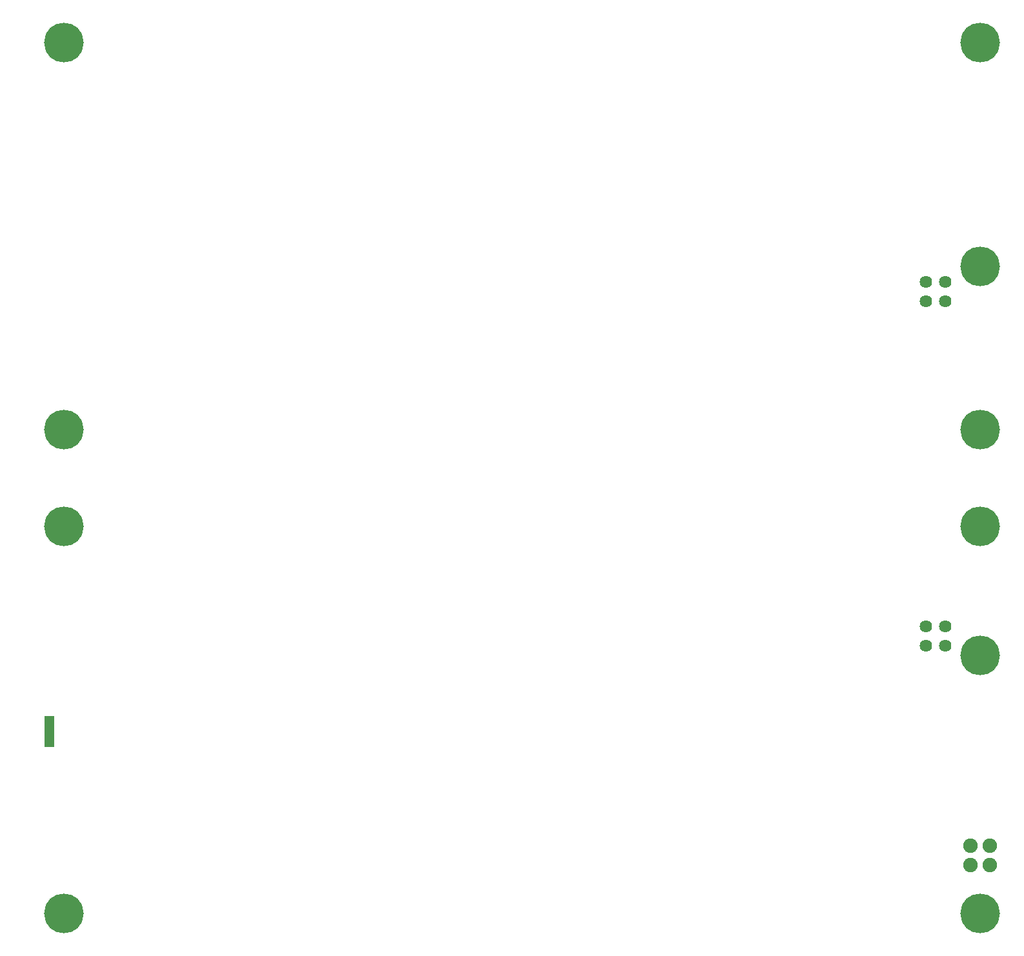
<source format=gbs>
G04 Layer: BottomSolderMaskLayer*
G04 EasyEDA v6.5.29, 2023-07-09 11:22:14*
G04 af5271567b5646799a1a99fc6926053b,5a6b42c53f6a479593ecc07194224c93,10*
G04 Gerber Generator version 0.2*
G04 Scale: 100 percent, Rotated: No, Reflected: No *
G04 Dimensions in millimeters *
G04 leading zeros omitted , absolute positions ,4 integer and 5 decimal *
%FSLAX45Y45*%
%MOMM*%

%ADD10C,5.2032*%
%ADD11C,1.9016*%
%ADD12C,1.6256*%

%LPD*%
D10*
G01*
X12405106Y381000D03*
G01*
X12405106Y5461000D03*
G01*
X381000Y381000D03*
G01*
X381000Y5461000D03*
D11*
G01*
X12532080Y1016000D03*
G01*
X12278080Y1016000D03*
G01*
X12278080Y1270000D03*
G01*
X12532080Y1270000D03*
D10*
G01*
X381000Y11811000D03*
G01*
X12405106Y11811000D03*
D12*
G01*
X11693906Y8416188D03*
G01*
X11947906Y8416188D03*
G01*
X11947906Y8670188D03*
G01*
X11693906Y8670188D03*
G01*
X11693906Y3895394D03*
G01*
X11947906Y3895394D03*
G01*
X11947906Y4149394D03*
G01*
X11693906Y4149394D03*
D10*
G01*
X381000Y6731000D03*
G01*
X12405106Y6731000D03*
G01*
X12405106Y8873388D03*
G01*
X12405106Y3768394D03*
G36*
X127000Y2971800D02*
G01*
X254000Y2971800D01*
X254000Y2565400D01*
X127000Y2565400D01*
G37*
M02*

</source>
